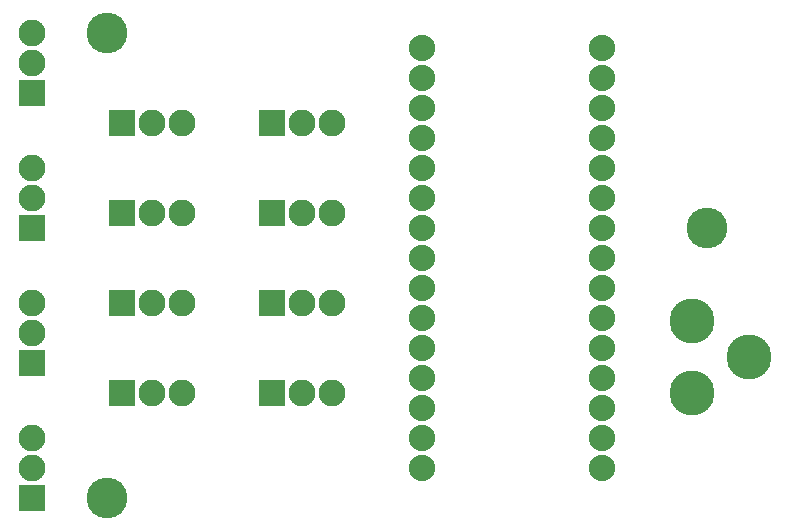
<source format=gts>
G04 MADE WITH FRITZING*
G04 WWW.FRITZING.ORG*
G04 DOUBLE SIDED*
G04 HOLES PLATED*
G04 CONTOUR ON CENTER OF CONTOUR VECTOR*
%ASAXBY*%
%FSLAX23Y23*%
%MOIN*%
%OFA0B0*%
%SFA1.0B1.0*%
%ADD10C,0.088000*%
%ADD11C,0.150000*%
%ADD12C,0.089370*%
%ADD13C,0.135984*%
%ADD14R,0.089370X0.089370*%
%LNMASK1*%
G90*
G70*
G54D10*
X2213Y198D03*
X2213Y298D03*
X2213Y398D03*
X2213Y498D03*
X2213Y598D03*
X2213Y698D03*
X2213Y798D03*
X2213Y898D03*
X2213Y998D03*
X2213Y1098D03*
X2213Y1198D03*
X2213Y1298D03*
X2213Y1398D03*
X2213Y1498D03*
X2213Y1598D03*
X1613Y198D03*
X1613Y298D03*
X1613Y398D03*
X1613Y498D03*
X1613Y598D03*
X1613Y698D03*
X1613Y798D03*
X1613Y898D03*
X1613Y998D03*
X1613Y1098D03*
X1613Y1198D03*
X1613Y1298D03*
X1613Y1398D03*
X1613Y1498D03*
X1613Y1598D03*
G54D11*
X2513Y688D03*
X2513Y448D03*
X2703Y568D03*
G54D12*
X1113Y1348D03*
X1213Y1348D03*
X1313Y1348D03*
X613Y1348D03*
X713Y1348D03*
X813Y1348D03*
X613Y1048D03*
X713Y1048D03*
X813Y1048D03*
X1113Y448D03*
X1213Y448D03*
X1313Y448D03*
X613Y448D03*
X713Y448D03*
X813Y448D03*
X613Y748D03*
X713Y748D03*
X813Y748D03*
X1113Y748D03*
X1213Y748D03*
X1313Y748D03*
X1113Y1048D03*
X1213Y1048D03*
X1313Y1048D03*
X313Y1448D03*
X313Y1548D03*
X313Y1648D03*
X313Y998D03*
X313Y1098D03*
X313Y1198D03*
X313Y548D03*
X313Y648D03*
X313Y748D03*
X313Y98D03*
X313Y198D03*
X313Y298D03*
G54D13*
X2563Y998D03*
X563Y1648D03*
X563Y98D03*
G54D14*
X1113Y1348D03*
X613Y1348D03*
X613Y1048D03*
X1113Y448D03*
X613Y448D03*
X613Y748D03*
X1113Y748D03*
X1113Y1048D03*
X313Y1448D03*
X313Y998D03*
X313Y548D03*
X313Y98D03*
G04 End of Mask1*
M02*
</source>
